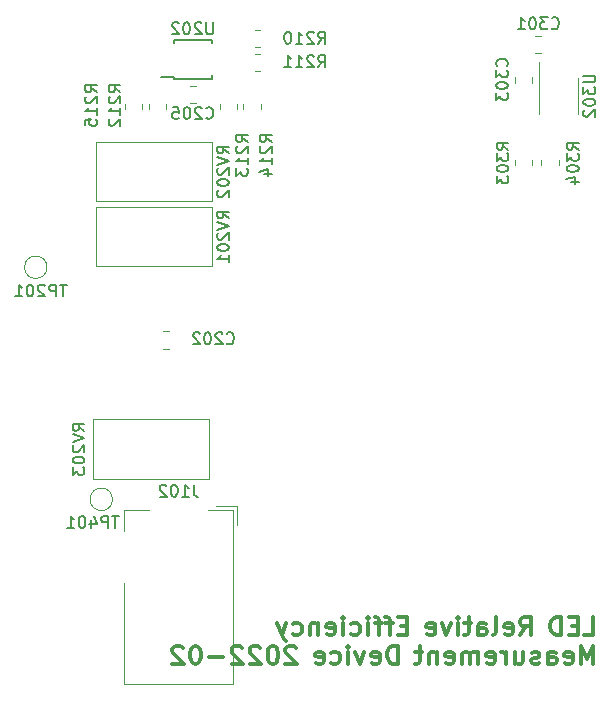
<source format=gbr>
%TF.GenerationSoftware,KiCad,Pcbnew,(7.0.0)*%
%TF.CreationDate,2023-02-20T00:43:47+01:00*%
%TF.ProjectId,led_testjig,6c65645f-7465-4737-946a-69672e6b6963,rev?*%
%TF.SameCoordinates,Original*%
%TF.FileFunction,Legend,Bot*%
%TF.FilePolarity,Positive*%
%FSLAX46Y46*%
G04 Gerber Fmt 4.6, Leading zero omitted, Abs format (unit mm)*
G04 Created by KiCad (PCBNEW (7.0.0)) date 2023-02-20 00:43:47*
%MOMM*%
%LPD*%
G01*
G04 APERTURE LIST*
%ADD10C,0.300000*%
%ADD11C,0.150000*%
%ADD12C,0.120000*%
G04 APERTURE END LIST*
D10*
X168657142Y-125228571D02*
X169419047Y-125228571D01*
X169419047Y-125228571D02*
X169419047Y-123728571D01*
X168123809Y-124442857D02*
X167590476Y-124442857D01*
X167361904Y-125228571D02*
X168123809Y-125228571D01*
X168123809Y-125228571D02*
X168123809Y-123728571D01*
X168123809Y-123728571D02*
X167361904Y-123728571D01*
X166676190Y-125228571D02*
X166676190Y-123728571D01*
X166676190Y-123728571D02*
X166295238Y-123728571D01*
X166295238Y-123728571D02*
X166066666Y-123800000D01*
X166066666Y-123800000D02*
X165914285Y-123942857D01*
X165914285Y-123942857D02*
X165838095Y-124085714D01*
X165838095Y-124085714D02*
X165761904Y-124371428D01*
X165761904Y-124371428D02*
X165761904Y-124585714D01*
X165761904Y-124585714D02*
X165838095Y-124871428D01*
X165838095Y-124871428D02*
X165914285Y-125014285D01*
X165914285Y-125014285D02*
X166066666Y-125157142D01*
X166066666Y-125157142D02*
X166295238Y-125228571D01*
X166295238Y-125228571D02*
X166676190Y-125228571D01*
X163201904Y-125228571D02*
X163735238Y-124514285D01*
X164116190Y-125228571D02*
X164116190Y-123728571D01*
X164116190Y-123728571D02*
X163506666Y-123728571D01*
X163506666Y-123728571D02*
X163354285Y-123800000D01*
X163354285Y-123800000D02*
X163278095Y-123871428D01*
X163278095Y-123871428D02*
X163201904Y-124014285D01*
X163201904Y-124014285D02*
X163201904Y-124228571D01*
X163201904Y-124228571D02*
X163278095Y-124371428D01*
X163278095Y-124371428D02*
X163354285Y-124442857D01*
X163354285Y-124442857D02*
X163506666Y-124514285D01*
X163506666Y-124514285D02*
X164116190Y-124514285D01*
X161906666Y-125157142D02*
X162059047Y-125228571D01*
X162059047Y-125228571D02*
X162363809Y-125228571D01*
X162363809Y-125228571D02*
X162516190Y-125157142D01*
X162516190Y-125157142D02*
X162592381Y-125014285D01*
X162592381Y-125014285D02*
X162592381Y-124442857D01*
X162592381Y-124442857D02*
X162516190Y-124300000D01*
X162516190Y-124300000D02*
X162363809Y-124228571D01*
X162363809Y-124228571D02*
X162059047Y-124228571D01*
X162059047Y-124228571D02*
X161906666Y-124300000D01*
X161906666Y-124300000D02*
X161830476Y-124442857D01*
X161830476Y-124442857D02*
X161830476Y-124585714D01*
X161830476Y-124585714D02*
X162592381Y-124728571D01*
X160916190Y-125228571D02*
X161068571Y-125157142D01*
X161068571Y-125157142D02*
X161144761Y-125014285D01*
X161144761Y-125014285D02*
X161144761Y-123728571D01*
X159620952Y-125228571D02*
X159620952Y-124442857D01*
X159620952Y-124442857D02*
X159697142Y-124300000D01*
X159697142Y-124300000D02*
X159849523Y-124228571D01*
X159849523Y-124228571D02*
X160154285Y-124228571D01*
X160154285Y-124228571D02*
X160306666Y-124300000D01*
X159620952Y-125157142D02*
X159773333Y-125228571D01*
X159773333Y-125228571D02*
X160154285Y-125228571D01*
X160154285Y-125228571D02*
X160306666Y-125157142D01*
X160306666Y-125157142D02*
X160382857Y-125014285D01*
X160382857Y-125014285D02*
X160382857Y-124871428D01*
X160382857Y-124871428D02*
X160306666Y-124728571D01*
X160306666Y-124728571D02*
X160154285Y-124657142D01*
X160154285Y-124657142D02*
X159773333Y-124657142D01*
X159773333Y-124657142D02*
X159620952Y-124585714D01*
X159087619Y-124228571D02*
X158478095Y-124228571D01*
X158859047Y-123728571D02*
X158859047Y-125014285D01*
X158859047Y-125014285D02*
X158782857Y-125157142D01*
X158782857Y-125157142D02*
X158630476Y-125228571D01*
X158630476Y-125228571D02*
X158478095Y-125228571D01*
X157944761Y-125228571D02*
X157944761Y-124228571D01*
X157944761Y-123728571D02*
X158020952Y-123800000D01*
X158020952Y-123800000D02*
X157944761Y-123871428D01*
X157944761Y-123871428D02*
X157868571Y-123800000D01*
X157868571Y-123800000D02*
X157944761Y-123728571D01*
X157944761Y-123728571D02*
X157944761Y-123871428D01*
X157335237Y-124228571D02*
X156954285Y-125228571D01*
X156954285Y-125228571D02*
X156573332Y-124228571D01*
X155354284Y-125157142D02*
X155506665Y-125228571D01*
X155506665Y-125228571D02*
X155811427Y-125228571D01*
X155811427Y-125228571D02*
X155963808Y-125157142D01*
X155963808Y-125157142D02*
X156039999Y-125014285D01*
X156039999Y-125014285D02*
X156039999Y-124442857D01*
X156039999Y-124442857D02*
X155963808Y-124300000D01*
X155963808Y-124300000D02*
X155811427Y-124228571D01*
X155811427Y-124228571D02*
X155506665Y-124228571D01*
X155506665Y-124228571D02*
X155354284Y-124300000D01*
X155354284Y-124300000D02*
X155278094Y-124442857D01*
X155278094Y-124442857D02*
X155278094Y-124585714D01*
X155278094Y-124585714D02*
X156039999Y-124728571D01*
X153632379Y-124442857D02*
X153099046Y-124442857D01*
X152870474Y-125228571D02*
X153632379Y-125228571D01*
X153632379Y-125228571D02*
X153632379Y-123728571D01*
X153632379Y-123728571D02*
X152870474Y-123728571D01*
X152413332Y-124228571D02*
X151803808Y-124228571D01*
X152184760Y-125228571D02*
X152184760Y-123942857D01*
X152184760Y-123942857D02*
X152108570Y-123800000D01*
X152108570Y-123800000D02*
X151956189Y-123728571D01*
X151956189Y-123728571D02*
X151803808Y-123728571D01*
X151499046Y-124228571D02*
X150889522Y-124228571D01*
X151270474Y-125228571D02*
X151270474Y-123942857D01*
X151270474Y-123942857D02*
X151194284Y-123800000D01*
X151194284Y-123800000D02*
X151041903Y-123728571D01*
X151041903Y-123728571D02*
X150889522Y-123728571D01*
X150356188Y-125228571D02*
X150356188Y-124228571D01*
X150356188Y-123728571D02*
X150432379Y-123800000D01*
X150432379Y-123800000D02*
X150356188Y-123871428D01*
X150356188Y-123871428D02*
X150279998Y-123800000D01*
X150279998Y-123800000D02*
X150356188Y-123728571D01*
X150356188Y-123728571D02*
X150356188Y-123871428D01*
X148908569Y-125157142D02*
X149060950Y-125228571D01*
X149060950Y-125228571D02*
X149365712Y-125228571D01*
X149365712Y-125228571D02*
X149518093Y-125157142D01*
X149518093Y-125157142D02*
X149594283Y-125085714D01*
X149594283Y-125085714D02*
X149670474Y-124942857D01*
X149670474Y-124942857D02*
X149670474Y-124514285D01*
X149670474Y-124514285D02*
X149594283Y-124371428D01*
X149594283Y-124371428D02*
X149518093Y-124300000D01*
X149518093Y-124300000D02*
X149365712Y-124228571D01*
X149365712Y-124228571D02*
X149060950Y-124228571D01*
X149060950Y-124228571D02*
X148908569Y-124300000D01*
X148222854Y-125228571D02*
X148222854Y-124228571D01*
X148222854Y-123728571D02*
X148299045Y-123800000D01*
X148299045Y-123800000D02*
X148222854Y-123871428D01*
X148222854Y-123871428D02*
X148146664Y-123800000D01*
X148146664Y-123800000D02*
X148222854Y-123728571D01*
X148222854Y-123728571D02*
X148222854Y-123871428D01*
X146851425Y-125157142D02*
X147003806Y-125228571D01*
X147003806Y-125228571D02*
X147308568Y-125228571D01*
X147308568Y-125228571D02*
X147460949Y-125157142D01*
X147460949Y-125157142D02*
X147537140Y-125014285D01*
X147537140Y-125014285D02*
X147537140Y-124442857D01*
X147537140Y-124442857D02*
X147460949Y-124300000D01*
X147460949Y-124300000D02*
X147308568Y-124228571D01*
X147308568Y-124228571D02*
X147003806Y-124228571D01*
X147003806Y-124228571D02*
X146851425Y-124300000D01*
X146851425Y-124300000D02*
X146775235Y-124442857D01*
X146775235Y-124442857D02*
X146775235Y-124585714D01*
X146775235Y-124585714D02*
X147537140Y-124728571D01*
X146089520Y-124228571D02*
X146089520Y-125228571D01*
X146089520Y-124371428D02*
X146013330Y-124300000D01*
X146013330Y-124300000D02*
X145860949Y-124228571D01*
X145860949Y-124228571D02*
X145632377Y-124228571D01*
X145632377Y-124228571D02*
X145479996Y-124300000D01*
X145479996Y-124300000D02*
X145403806Y-124442857D01*
X145403806Y-124442857D02*
X145403806Y-125228571D01*
X143956187Y-125157142D02*
X144108568Y-125228571D01*
X144108568Y-125228571D02*
X144413330Y-125228571D01*
X144413330Y-125228571D02*
X144565711Y-125157142D01*
X144565711Y-125157142D02*
X144641901Y-125085714D01*
X144641901Y-125085714D02*
X144718092Y-124942857D01*
X144718092Y-124942857D02*
X144718092Y-124514285D01*
X144718092Y-124514285D02*
X144641901Y-124371428D01*
X144641901Y-124371428D02*
X144565711Y-124300000D01*
X144565711Y-124300000D02*
X144413330Y-124228571D01*
X144413330Y-124228571D02*
X144108568Y-124228571D01*
X144108568Y-124228571D02*
X143956187Y-124300000D01*
X143422853Y-124228571D02*
X143041901Y-125228571D01*
X142660948Y-124228571D02*
X143041901Y-125228571D01*
X143041901Y-125228571D02*
X143194282Y-125585714D01*
X143194282Y-125585714D02*
X143270472Y-125657142D01*
X143270472Y-125657142D02*
X143422853Y-125728571D01*
X169419047Y-127658571D02*
X169419047Y-126158571D01*
X169419047Y-126158571D02*
X168885714Y-127230000D01*
X168885714Y-127230000D02*
X168352380Y-126158571D01*
X168352380Y-126158571D02*
X168352380Y-127658571D01*
X166980952Y-127587142D02*
X167133333Y-127658571D01*
X167133333Y-127658571D02*
X167438095Y-127658571D01*
X167438095Y-127658571D02*
X167590476Y-127587142D01*
X167590476Y-127587142D02*
X167666667Y-127444285D01*
X167666667Y-127444285D02*
X167666667Y-126872857D01*
X167666667Y-126872857D02*
X167590476Y-126730000D01*
X167590476Y-126730000D02*
X167438095Y-126658571D01*
X167438095Y-126658571D02*
X167133333Y-126658571D01*
X167133333Y-126658571D02*
X166980952Y-126730000D01*
X166980952Y-126730000D02*
X166904762Y-126872857D01*
X166904762Y-126872857D02*
X166904762Y-127015714D01*
X166904762Y-127015714D02*
X167666667Y-127158571D01*
X165533333Y-127658571D02*
X165533333Y-126872857D01*
X165533333Y-126872857D02*
X165609523Y-126730000D01*
X165609523Y-126730000D02*
X165761904Y-126658571D01*
X165761904Y-126658571D02*
X166066666Y-126658571D01*
X166066666Y-126658571D02*
X166219047Y-126730000D01*
X165533333Y-127587142D02*
X165685714Y-127658571D01*
X165685714Y-127658571D02*
X166066666Y-127658571D01*
X166066666Y-127658571D02*
X166219047Y-127587142D01*
X166219047Y-127587142D02*
X166295238Y-127444285D01*
X166295238Y-127444285D02*
X166295238Y-127301428D01*
X166295238Y-127301428D02*
X166219047Y-127158571D01*
X166219047Y-127158571D02*
X166066666Y-127087142D01*
X166066666Y-127087142D02*
X165685714Y-127087142D01*
X165685714Y-127087142D02*
X165533333Y-127015714D01*
X164847619Y-127587142D02*
X164695238Y-127658571D01*
X164695238Y-127658571D02*
X164390476Y-127658571D01*
X164390476Y-127658571D02*
X164238095Y-127587142D01*
X164238095Y-127587142D02*
X164161904Y-127444285D01*
X164161904Y-127444285D02*
X164161904Y-127372857D01*
X164161904Y-127372857D02*
X164238095Y-127230000D01*
X164238095Y-127230000D02*
X164390476Y-127158571D01*
X164390476Y-127158571D02*
X164619047Y-127158571D01*
X164619047Y-127158571D02*
X164771428Y-127087142D01*
X164771428Y-127087142D02*
X164847619Y-126944285D01*
X164847619Y-126944285D02*
X164847619Y-126872857D01*
X164847619Y-126872857D02*
X164771428Y-126730000D01*
X164771428Y-126730000D02*
X164619047Y-126658571D01*
X164619047Y-126658571D02*
X164390476Y-126658571D01*
X164390476Y-126658571D02*
X164238095Y-126730000D01*
X162790476Y-126658571D02*
X162790476Y-127658571D01*
X163476190Y-126658571D02*
X163476190Y-127444285D01*
X163476190Y-127444285D02*
X163400000Y-127587142D01*
X163400000Y-127587142D02*
X163247619Y-127658571D01*
X163247619Y-127658571D02*
X163019047Y-127658571D01*
X163019047Y-127658571D02*
X162866666Y-127587142D01*
X162866666Y-127587142D02*
X162790476Y-127515714D01*
X162028571Y-127658571D02*
X162028571Y-126658571D01*
X162028571Y-126944285D02*
X161952381Y-126801428D01*
X161952381Y-126801428D02*
X161876190Y-126730000D01*
X161876190Y-126730000D02*
X161723809Y-126658571D01*
X161723809Y-126658571D02*
X161571428Y-126658571D01*
X160428571Y-127587142D02*
X160580952Y-127658571D01*
X160580952Y-127658571D02*
X160885714Y-127658571D01*
X160885714Y-127658571D02*
X161038095Y-127587142D01*
X161038095Y-127587142D02*
X161114286Y-127444285D01*
X161114286Y-127444285D02*
X161114286Y-126872857D01*
X161114286Y-126872857D02*
X161038095Y-126730000D01*
X161038095Y-126730000D02*
X160885714Y-126658571D01*
X160885714Y-126658571D02*
X160580952Y-126658571D01*
X160580952Y-126658571D02*
X160428571Y-126730000D01*
X160428571Y-126730000D02*
X160352381Y-126872857D01*
X160352381Y-126872857D02*
X160352381Y-127015714D01*
X160352381Y-127015714D02*
X161114286Y-127158571D01*
X159666666Y-127658571D02*
X159666666Y-126658571D01*
X159666666Y-126801428D02*
X159590476Y-126730000D01*
X159590476Y-126730000D02*
X159438095Y-126658571D01*
X159438095Y-126658571D02*
X159209523Y-126658571D01*
X159209523Y-126658571D02*
X159057142Y-126730000D01*
X159057142Y-126730000D02*
X158980952Y-126872857D01*
X158980952Y-126872857D02*
X158980952Y-127658571D01*
X158980952Y-126872857D02*
X158904761Y-126730000D01*
X158904761Y-126730000D02*
X158752380Y-126658571D01*
X158752380Y-126658571D02*
X158523809Y-126658571D01*
X158523809Y-126658571D02*
X158371428Y-126730000D01*
X158371428Y-126730000D02*
X158295238Y-126872857D01*
X158295238Y-126872857D02*
X158295238Y-127658571D01*
X156923809Y-127587142D02*
X157076190Y-127658571D01*
X157076190Y-127658571D02*
X157380952Y-127658571D01*
X157380952Y-127658571D02*
X157533333Y-127587142D01*
X157533333Y-127587142D02*
X157609524Y-127444285D01*
X157609524Y-127444285D02*
X157609524Y-126872857D01*
X157609524Y-126872857D02*
X157533333Y-126730000D01*
X157533333Y-126730000D02*
X157380952Y-126658571D01*
X157380952Y-126658571D02*
X157076190Y-126658571D01*
X157076190Y-126658571D02*
X156923809Y-126730000D01*
X156923809Y-126730000D02*
X156847619Y-126872857D01*
X156847619Y-126872857D02*
X156847619Y-127015714D01*
X156847619Y-127015714D02*
X157609524Y-127158571D01*
X156161904Y-126658571D02*
X156161904Y-127658571D01*
X156161904Y-126801428D02*
X156085714Y-126730000D01*
X156085714Y-126730000D02*
X155933333Y-126658571D01*
X155933333Y-126658571D02*
X155704761Y-126658571D01*
X155704761Y-126658571D02*
X155552380Y-126730000D01*
X155552380Y-126730000D02*
X155476190Y-126872857D01*
X155476190Y-126872857D02*
X155476190Y-127658571D01*
X154942857Y-126658571D02*
X154333333Y-126658571D01*
X154714285Y-126158571D02*
X154714285Y-127444285D01*
X154714285Y-127444285D02*
X154638095Y-127587142D01*
X154638095Y-127587142D02*
X154485714Y-127658571D01*
X154485714Y-127658571D02*
X154333333Y-127658571D01*
X152839999Y-127658571D02*
X152839999Y-126158571D01*
X152839999Y-126158571D02*
X152459047Y-126158571D01*
X152459047Y-126158571D02*
X152230475Y-126230000D01*
X152230475Y-126230000D02*
X152078094Y-126372857D01*
X152078094Y-126372857D02*
X152001904Y-126515714D01*
X152001904Y-126515714D02*
X151925713Y-126801428D01*
X151925713Y-126801428D02*
X151925713Y-127015714D01*
X151925713Y-127015714D02*
X152001904Y-127301428D01*
X152001904Y-127301428D02*
X152078094Y-127444285D01*
X152078094Y-127444285D02*
X152230475Y-127587142D01*
X152230475Y-127587142D02*
X152459047Y-127658571D01*
X152459047Y-127658571D02*
X152839999Y-127658571D01*
X150630475Y-127587142D02*
X150782856Y-127658571D01*
X150782856Y-127658571D02*
X151087618Y-127658571D01*
X151087618Y-127658571D02*
X151239999Y-127587142D01*
X151239999Y-127587142D02*
X151316190Y-127444285D01*
X151316190Y-127444285D02*
X151316190Y-126872857D01*
X151316190Y-126872857D02*
X151239999Y-126730000D01*
X151239999Y-126730000D02*
X151087618Y-126658571D01*
X151087618Y-126658571D02*
X150782856Y-126658571D01*
X150782856Y-126658571D02*
X150630475Y-126730000D01*
X150630475Y-126730000D02*
X150554285Y-126872857D01*
X150554285Y-126872857D02*
X150554285Y-127015714D01*
X150554285Y-127015714D02*
X151316190Y-127158571D01*
X150020951Y-126658571D02*
X149639999Y-127658571D01*
X149639999Y-127658571D02*
X149259046Y-126658571D01*
X148649522Y-127658571D02*
X148649522Y-126658571D01*
X148649522Y-126158571D02*
X148725713Y-126230000D01*
X148725713Y-126230000D02*
X148649522Y-126301428D01*
X148649522Y-126301428D02*
X148573332Y-126230000D01*
X148573332Y-126230000D02*
X148649522Y-126158571D01*
X148649522Y-126158571D02*
X148649522Y-126301428D01*
X147201903Y-127587142D02*
X147354284Y-127658571D01*
X147354284Y-127658571D02*
X147659046Y-127658571D01*
X147659046Y-127658571D02*
X147811427Y-127587142D01*
X147811427Y-127587142D02*
X147887617Y-127515714D01*
X147887617Y-127515714D02*
X147963808Y-127372857D01*
X147963808Y-127372857D02*
X147963808Y-126944285D01*
X147963808Y-126944285D02*
X147887617Y-126801428D01*
X147887617Y-126801428D02*
X147811427Y-126730000D01*
X147811427Y-126730000D02*
X147659046Y-126658571D01*
X147659046Y-126658571D02*
X147354284Y-126658571D01*
X147354284Y-126658571D02*
X147201903Y-126730000D01*
X145906664Y-127587142D02*
X146059045Y-127658571D01*
X146059045Y-127658571D02*
X146363807Y-127658571D01*
X146363807Y-127658571D02*
X146516188Y-127587142D01*
X146516188Y-127587142D02*
X146592379Y-127444285D01*
X146592379Y-127444285D02*
X146592379Y-126872857D01*
X146592379Y-126872857D02*
X146516188Y-126730000D01*
X146516188Y-126730000D02*
X146363807Y-126658571D01*
X146363807Y-126658571D02*
X146059045Y-126658571D01*
X146059045Y-126658571D02*
X145906664Y-126730000D01*
X145906664Y-126730000D02*
X145830474Y-126872857D01*
X145830474Y-126872857D02*
X145830474Y-127015714D01*
X145830474Y-127015714D02*
X146592379Y-127158571D01*
X144260950Y-126301428D02*
X144184759Y-126230000D01*
X144184759Y-126230000D02*
X144032378Y-126158571D01*
X144032378Y-126158571D02*
X143651426Y-126158571D01*
X143651426Y-126158571D02*
X143499045Y-126230000D01*
X143499045Y-126230000D02*
X143422854Y-126301428D01*
X143422854Y-126301428D02*
X143346664Y-126444285D01*
X143346664Y-126444285D02*
X143346664Y-126587142D01*
X143346664Y-126587142D02*
X143422854Y-126801428D01*
X143422854Y-126801428D02*
X144337140Y-127658571D01*
X144337140Y-127658571D02*
X143346664Y-127658571D01*
X142356187Y-126158571D02*
X142203806Y-126158571D01*
X142203806Y-126158571D02*
X142051425Y-126230000D01*
X142051425Y-126230000D02*
X141975235Y-126301428D01*
X141975235Y-126301428D02*
X141899044Y-126444285D01*
X141899044Y-126444285D02*
X141822854Y-126730000D01*
X141822854Y-126730000D02*
X141822854Y-127087142D01*
X141822854Y-127087142D02*
X141899044Y-127372857D01*
X141899044Y-127372857D02*
X141975235Y-127515714D01*
X141975235Y-127515714D02*
X142051425Y-127587142D01*
X142051425Y-127587142D02*
X142203806Y-127658571D01*
X142203806Y-127658571D02*
X142356187Y-127658571D01*
X142356187Y-127658571D02*
X142508568Y-127587142D01*
X142508568Y-127587142D02*
X142584759Y-127515714D01*
X142584759Y-127515714D02*
X142660949Y-127372857D01*
X142660949Y-127372857D02*
X142737140Y-127087142D01*
X142737140Y-127087142D02*
X142737140Y-126730000D01*
X142737140Y-126730000D02*
X142660949Y-126444285D01*
X142660949Y-126444285D02*
X142584759Y-126301428D01*
X142584759Y-126301428D02*
X142508568Y-126230000D01*
X142508568Y-126230000D02*
X142356187Y-126158571D01*
X141213330Y-126301428D02*
X141137139Y-126230000D01*
X141137139Y-126230000D02*
X140984758Y-126158571D01*
X140984758Y-126158571D02*
X140603806Y-126158571D01*
X140603806Y-126158571D02*
X140451425Y-126230000D01*
X140451425Y-126230000D02*
X140375234Y-126301428D01*
X140375234Y-126301428D02*
X140299044Y-126444285D01*
X140299044Y-126444285D02*
X140299044Y-126587142D01*
X140299044Y-126587142D02*
X140375234Y-126801428D01*
X140375234Y-126801428D02*
X141289520Y-127658571D01*
X141289520Y-127658571D02*
X140299044Y-127658571D01*
X139689520Y-126301428D02*
X139613329Y-126230000D01*
X139613329Y-126230000D02*
X139460948Y-126158571D01*
X139460948Y-126158571D02*
X139079996Y-126158571D01*
X139079996Y-126158571D02*
X138927615Y-126230000D01*
X138927615Y-126230000D02*
X138851424Y-126301428D01*
X138851424Y-126301428D02*
X138775234Y-126444285D01*
X138775234Y-126444285D02*
X138775234Y-126587142D01*
X138775234Y-126587142D02*
X138851424Y-126801428D01*
X138851424Y-126801428D02*
X139765710Y-127658571D01*
X139765710Y-127658571D02*
X138775234Y-127658571D01*
X138089519Y-127087142D02*
X136870472Y-127087142D01*
X135803805Y-126158571D02*
X135651424Y-126158571D01*
X135651424Y-126158571D02*
X135499043Y-126230000D01*
X135499043Y-126230000D02*
X135422853Y-126301428D01*
X135422853Y-126301428D02*
X135346662Y-126444285D01*
X135346662Y-126444285D02*
X135270472Y-126730000D01*
X135270472Y-126730000D02*
X135270472Y-127087142D01*
X135270472Y-127087142D02*
X135346662Y-127372857D01*
X135346662Y-127372857D02*
X135422853Y-127515714D01*
X135422853Y-127515714D02*
X135499043Y-127587142D01*
X135499043Y-127587142D02*
X135651424Y-127658571D01*
X135651424Y-127658571D02*
X135803805Y-127658571D01*
X135803805Y-127658571D02*
X135956186Y-127587142D01*
X135956186Y-127587142D02*
X136032377Y-127515714D01*
X136032377Y-127515714D02*
X136108567Y-127372857D01*
X136108567Y-127372857D02*
X136184758Y-127087142D01*
X136184758Y-127087142D02*
X136184758Y-126730000D01*
X136184758Y-126730000D02*
X136108567Y-126444285D01*
X136108567Y-126444285D02*
X136032377Y-126301428D01*
X136032377Y-126301428D02*
X135956186Y-126230000D01*
X135956186Y-126230000D02*
X135803805Y-126158571D01*
X134660948Y-126301428D02*
X134584757Y-126230000D01*
X134584757Y-126230000D02*
X134432376Y-126158571D01*
X134432376Y-126158571D02*
X134051424Y-126158571D01*
X134051424Y-126158571D02*
X133899043Y-126230000D01*
X133899043Y-126230000D02*
X133822852Y-126301428D01*
X133822852Y-126301428D02*
X133746662Y-126444285D01*
X133746662Y-126444285D02*
X133746662Y-126587142D01*
X133746662Y-126587142D02*
X133822852Y-126801428D01*
X133822852Y-126801428D02*
X134737138Y-127658571D01*
X134737138Y-127658571D02*
X133746662Y-127658571D01*
D11*
%TO.C,TP201*%
X124814285Y-95567380D02*
X124242857Y-95567380D01*
X124528571Y-96567380D02*
X124528571Y-95567380D01*
X123909523Y-96567380D02*
X123909523Y-95567380D01*
X123909523Y-95567380D02*
X123528571Y-95567380D01*
X123528571Y-95567380D02*
X123433333Y-95615000D01*
X123433333Y-95615000D02*
X123385714Y-95662619D01*
X123385714Y-95662619D02*
X123338095Y-95757857D01*
X123338095Y-95757857D02*
X123338095Y-95900714D01*
X123338095Y-95900714D02*
X123385714Y-95995952D01*
X123385714Y-95995952D02*
X123433333Y-96043571D01*
X123433333Y-96043571D02*
X123528571Y-96091190D01*
X123528571Y-96091190D02*
X123909523Y-96091190D01*
X122957142Y-95662619D02*
X122909523Y-95615000D01*
X122909523Y-95615000D02*
X122814285Y-95567380D01*
X122814285Y-95567380D02*
X122576190Y-95567380D01*
X122576190Y-95567380D02*
X122480952Y-95615000D01*
X122480952Y-95615000D02*
X122433333Y-95662619D01*
X122433333Y-95662619D02*
X122385714Y-95757857D01*
X122385714Y-95757857D02*
X122385714Y-95853095D01*
X122385714Y-95853095D02*
X122433333Y-95995952D01*
X122433333Y-95995952D02*
X123004761Y-96567380D01*
X123004761Y-96567380D02*
X122385714Y-96567380D01*
X121766666Y-95567380D02*
X121671428Y-95567380D01*
X121671428Y-95567380D02*
X121576190Y-95615000D01*
X121576190Y-95615000D02*
X121528571Y-95662619D01*
X121528571Y-95662619D02*
X121480952Y-95757857D01*
X121480952Y-95757857D02*
X121433333Y-95948333D01*
X121433333Y-95948333D02*
X121433333Y-96186428D01*
X121433333Y-96186428D02*
X121480952Y-96376904D01*
X121480952Y-96376904D02*
X121528571Y-96472142D01*
X121528571Y-96472142D02*
X121576190Y-96519761D01*
X121576190Y-96519761D02*
X121671428Y-96567380D01*
X121671428Y-96567380D02*
X121766666Y-96567380D01*
X121766666Y-96567380D02*
X121861904Y-96519761D01*
X121861904Y-96519761D02*
X121909523Y-96472142D01*
X121909523Y-96472142D02*
X121957142Y-96376904D01*
X121957142Y-96376904D02*
X122004761Y-96186428D01*
X122004761Y-96186428D02*
X122004761Y-95948333D01*
X122004761Y-95948333D02*
X121957142Y-95757857D01*
X121957142Y-95757857D02*
X121909523Y-95662619D01*
X121909523Y-95662619D02*
X121861904Y-95615000D01*
X121861904Y-95615000D02*
X121766666Y-95567380D01*
X120480952Y-96567380D02*
X121052380Y-96567380D01*
X120766666Y-96567380D02*
X120766666Y-95567380D01*
X120766666Y-95567380D02*
X120861904Y-95710238D01*
X120861904Y-95710238D02*
X120957142Y-95805476D01*
X120957142Y-95805476D02*
X121052380Y-95853095D01*
%TO.C,RV201*%
X138567380Y-89952380D02*
X138091190Y-89619047D01*
X138567380Y-89380952D02*
X137567380Y-89380952D01*
X137567380Y-89380952D02*
X137567380Y-89761904D01*
X137567380Y-89761904D02*
X137615000Y-89857142D01*
X137615000Y-89857142D02*
X137662619Y-89904761D01*
X137662619Y-89904761D02*
X137757857Y-89952380D01*
X137757857Y-89952380D02*
X137900714Y-89952380D01*
X137900714Y-89952380D02*
X137995952Y-89904761D01*
X137995952Y-89904761D02*
X138043571Y-89857142D01*
X138043571Y-89857142D02*
X138091190Y-89761904D01*
X138091190Y-89761904D02*
X138091190Y-89380952D01*
X137567380Y-90238095D02*
X138567380Y-90571428D01*
X138567380Y-90571428D02*
X137567380Y-90904761D01*
X137662619Y-91190476D02*
X137615000Y-91238095D01*
X137615000Y-91238095D02*
X137567380Y-91333333D01*
X137567380Y-91333333D02*
X137567380Y-91571428D01*
X137567380Y-91571428D02*
X137615000Y-91666666D01*
X137615000Y-91666666D02*
X137662619Y-91714285D01*
X137662619Y-91714285D02*
X137757857Y-91761904D01*
X137757857Y-91761904D02*
X137853095Y-91761904D01*
X137853095Y-91761904D02*
X137995952Y-91714285D01*
X137995952Y-91714285D02*
X138567380Y-91142857D01*
X138567380Y-91142857D02*
X138567380Y-91761904D01*
X137567380Y-92380952D02*
X137567380Y-92476190D01*
X137567380Y-92476190D02*
X137615000Y-92571428D01*
X137615000Y-92571428D02*
X137662619Y-92619047D01*
X137662619Y-92619047D02*
X137757857Y-92666666D01*
X137757857Y-92666666D02*
X137948333Y-92714285D01*
X137948333Y-92714285D02*
X138186428Y-92714285D01*
X138186428Y-92714285D02*
X138376904Y-92666666D01*
X138376904Y-92666666D02*
X138472142Y-92619047D01*
X138472142Y-92619047D02*
X138519761Y-92571428D01*
X138519761Y-92571428D02*
X138567380Y-92476190D01*
X138567380Y-92476190D02*
X138567380Y-92380952D01*
X138567380Y-92380952D02*
X138519761Y-92285714D01*
X138519761Y-92285714D02*
X138472142Y-92238095D01*
X138472142Y-92238095D02*
X138376904Y-92190476D01*
X138376904Y-92190476D02*
X138186428Y-92142857D01*
X138186428Y-92142857D02*
X137948333Y-92142857D01*
X137948333Y-92142857D02*
X137757857Y-92190476D01*
X137757857Y-92190476D02*
X137662619Y-92238095D01*
X137662619Y-92238095D02*
X137615000Y-92285714D01*
X137615000Y-92285714D02*
X137567380Y-92380952D01*
X138567380Y-93666666D02*
X138567380Y-93095238D01*
X138567380Y-93380952D02*
X137567380Y-93380952D01*
X137567380Y-93380952D02*
X137710238Y-93285714D01*
X137710238Y-93285714D02*
X137805476Y-93190476D01*
X137805476Y-93190476D02*
X137853095Y-93095238D01*
%TO.C,R211*%
X146119047Y-77167380D02*
X146452380Y-76691190D01*
X146690475Y-77167380D02*
X146690475Y-76167380D01*
X146690475Y-76167380D02*
X146309523Y-76167380D01*
X146309523Y-76167380D02*
X146214285Y-76215000D01*
X146214285Y-76215000D02*
X146166666Y-76262619D01*
X146166666Y-76262619D02*
X146119047Y-76357857D01*
X146119047Y-76357857D02*
X146119047Y-76500714D01*
X146119047Y-76500714D02*
X146166666Y-76595952D01*
X146166666Y-76595952D02*
X146214285Y-76643571D01*
X146214285Y-76643571D02*
X146309523Y-76691190D01*
X146309523Y-76691190D02*
X146690475Y-76691190D01*
X145738094Y-76262619D02*
X145690475Y-76215000D01*
X145690475Y-76215000D02*
X145595237Y-76167380D01*
X145595237Y-76167380D02*
X145357142Y-76167380D01*
X145357142Y-76167380D02*
X145261904Y-76215000D01*
X145261904Y-76215000D02*
X145214285Y-76262619D01*
X145214285Y-76262619D02*
X145166666Y-76357857D01*
X145166666Y-76357857D02*
X145166666Y-76453095D01*
X145166666Y-76453095D02*
X145214285Y-76595952D01*
X145214285Y-76595952D02*
X145785713Y-77167380D01*
X145785713Y-77167380D02*
X145166666Y-77167380D01*
X144214285Y-77167380D02*
X144785713Y-77167380D01*
X144499999Y-77167380D02*
X144499999Y-76167380D01*
X144499999Y-76167380D02*
X144595237Y-76310238D01*
X144595237Y-76310238D02*
X144690475Y-76405476D01*
X144690475Y-76405476D02*
X144785713Y-76453095D01*
X143261904Y-77167380D02*
X143833332Y-77167380D01*
X143547618Y-77167380D02*
X143547618Y-76167380D01*
X143547618Y-76167380D02*
X143642856Y-76310238D01*
X143642856Y-76310238D02*
X143738094Y-76405476D01*
X143738094Y-76405476D02*
X143833332Y-76453095D01*
%TO.C,R210*%
X146119047Y-75167380D02*
X146452380Y-74691190D01*
X146690475Y-75167380D02*
X146690475Y-74167380D01*
X146690475Y-74167380D02*
X146309523Y-74167380D01*
X146309523Y-74167380D02*
X146214285Y-74215000D01*
X146214285Y-74215000D02*
X146166666Y-74262619D01*
X146166666Y-74262619D02*
X146119047Y-74357857D01*
X146119047Y-74357857D02*
X146119047Y-74500714D01*
X146119047Y-74500714D02*
X146166666Y-74595952D01*
X146166666Y-74595952D02*
X146214285Y-74643571D01*
X146214285Y-74643571D02*
X146309523Y-74691190D01*
X146309523Y-74691190D02*
X146690475Y-74691190D01*
X145738094Y-74262619D02*
X145690475Y-74215000D01*
X145690475Y-74215000D02*
X145595237Y-74167380D01*
X145595237Y-74167380D02*
X145357142Y-74167380D01*
X145357142Y-74167380D02*
X145261904Y-74215000D01*
X145261904Y-74215000D02*
X145214285Y-74262619D01*
X145214285Y-74262619D02*
X145166666Y-74357857D01*
X145166666Y-74357857D02*
X145166666Y-74453095D01*
X145166666Y-74453095D02*
X145214285Y-74595952D01*
X145214285Y-74595952D02*
X145785713Y-75167380D01*
X145785713Y-75167380D02*
X145166666Y-75167380D01*
X144214285Y-75167380D02*
X144785713Y-75167380D01*
X144499999Y-75167380D02*
X144499999Y-74167380D01*
X144499999Y-74167380D02*
X144595237Y-74310238D01*
X144595237Y-74310238D02*
X144690475Y-74405476D01*
X144690475Y-74405476D02*
X144785713Y-74453095D01*
X143595237Y-74167380D02*
X143499999Y-74167380D01*
X143499999Y-74167380D02*
X143404761Y-74215000D01*
X143404761Y-74215000D02*
X143357142Y-74262619D01*
X143357142Y-74262619D02*
X143309523Y-74357857D01*
X143309523Y-74357857D02*
X143261904Y-74548333D01*
X143261904Y-74548333D02*
X143261904Y-74786428D01*
X143261904Y-74786428D02*
X143309523Y-74976904D01*
X143309523Y-74976904D02*
X143357142Y-75072142D01*
X143357142Y-75072142D02*
X143404761Y-75119761D01*
X143404761Y-75119761D02*
X143499999Y-75167380D01*
X143499999Y-75167380D02*
X143595237Y-75167380D01*
X143595237Y-75167380D02*
X143690475Y-75119761D01*
X143690475Y-75119761D02*
X143738094Y-75072142D01*
X143738094Y-75072142D02*
X143785713Y-74976904D01*
X143785713Y-74976904D02*
X143833332Y-74786428D01*
X143833332Y-74786428D02*
X143833332Y-74548333D01*
X143833332Y-74548333D02*
X143785713Y-74357857D01*
X143785713Y-74357857D02*
X143738094Y-74262619D01*
X143738094Y-74262619D02*
X143690475Y-74215000D01*
X143690475Y-74215000D02*
X143595237Y-74167380D01*
%TO.C,RV202*%
X138567380Y-84452380D02*
X138091190Y-84119047D01*
X138567380Y-83880952D02*
X137567380Y-83880952D01*
X137567380Y-83880952D02*
X137567380Y-84261904D01*
X137567380Y-84261904D02*
X137615000Y-84357142D01*
X137615000Y-84357142D02*
X137662619Y-84404761D01*
X137662619Y-84404761D02*
X137757857Y-84452380D01*
X137757857Y-84452380D02*
X137900714Y-84452380D01*
X137900714Y-84452380D02*
X137995952Y-84404761D01*
X137995952Y-84404761D02*
X138043571Y-84357142D01*
X138043571Y-84357142D02*
X138091190Y-84261904D01*
X138091190Y-84261904D02*
X138091190Y-83880952D01*
X137567380Y-84738095D02*
X138567380Y-85071428D01*
X138567380Y-85071428D02*
X137567380Y-85404761D01*
X137662619Y-85690476D02*
X137615000Y-85738095D01*
X137615000Y-85738095D02*
X137567380Y-85833333D01*
X137567380Y-85833333D02*
X137567380Y-86071428D01*
X137567380Y-86071428D02*
X137615000Y-86166666D01*
X137615000Y-86166666D02*
X137662619Y-86214285D01*
X137662619Y-86214285D02*
X137757857Y-86261904D01*
X137757857Y-86261904D02*
X137853095Y-86261904D01*
X137853095Y-86261904D02*
X137995952Y-86214285D01*
X137995952Y-86214285D02*
X138567380Y-85642857D01*
X138567380Y-85642857D02*
X138567380Y-86261904D01*
X137567380Y-86880952D02*
X137567380Y-86976190D01*
X137567380Y-86976190D02*
X137615000Y-87071428D01*
X137615000Y-87071428D02*
X137662619Y-87119047D01*
X137662619Y-87119047D02*
X137757857Y-87166666D01*
X137757857Y-87166666D02*
X137948333Y-87214285D01*
X137948333Y-87214285D02*
X138186428Y-87214285D01*
X138186428Y-87214285D02*
X138376904Y-87166666D01*
X138376904Y-87166666D02*
X138472142Y-87119047D01*
X138472142Y-87119047D02*
X138519761Y-87071428D01*
X138519761Y-87071428D02*
X138567380Y-86976190D01*
X138567380Y-86976190D02*
X138567380Y-86880952D01*
X138567380Y-86880952D02*
X138519761Y-86785714D01*
X138519761Y-86785714D02*
X138472142Y-86738095D01*
X138472142Y-86738095D02*
X138376904Y-86690476D01*
X138376904Y-86690476D02*
X138186428Y-86642857D01*
X138186428Y-86642857D02*
X137948333Y-86642857D01*
X137948333Y-86642857D02*
X137757857Y-86690476D01*
X137757857Y-86690476D02*
X137662619Y-86738095D01*
X137662619Y-86738095D02*
X137615000Y-86785714D01*
X137615000Y-86785714D02*
X137567380Y-86880952D01*
X137662619Y-87595238D02*
X137615000Y-87642857D01*
X137615000Y-87642857D02*
X137567380Y-87738095D01*
X137567380Y-87738095D02*
X137567380Y-87976190D01*
X137567380Y-87976190D02*
X137615000Y-88071428D01*
X137615000Y-88071428D02*
X137662619Y-88119047D01*
X137662619Y-88119047D02*
X137757857Y-88166666D01*
X137757857Y-88166666D02*
X137853095Y-88166666D01*
X137853095Y-88166666D02*
X137995952Y-88119047D01*
X137995952Y-88119047D02*
X138567380Y-87547619D01*
X138567380Y-87547619D02*
X138567380Y-88166666D01*
%TO.C,U302*%
X168567380Y-77885714D02*
X169376904Y-77885714D01*
X169376904Y-77885714D02*
X169472142Y-77933333D01*
X169472142Y-77933333D02*
X169519761Y-77980952D01*
X169519761Y-77980952D02*
X169567380Y-78076190D01*
X169567380Y-78076190D02*
X169567380Y-78266666D01*
X169567380Y-78266666D02*
X169519761Y-78361904D01*
X169519761Y-78361904D02*
X169472142Y-78409523D01*
X169472142Y-78409523D02*
X169376904Y-78457142D01*
X169376904Y-78457142D02*
X168567380Y-78457142D01*
X168567380Y-78838095D02*
X168567380Y-79457142D01*
X168567380Y-79457142D02*
X168948333Y-79123809D01*
X168948333Y-79123809D02*
X168948333Y-79266666D01*
X168948333Y-79266666D02*
X168995952Y-79361904D01*
X168995952Y-79361904D02*
X169043571Y-79409523D01*
X169043571Y-79409523D02*
X169138809Y-79457142D01*
X169138809Y-79457142D02*
X169376904Y-79457142D01*
X169376904Y-79457142D02*
X169472142Y-79409523D01*
X169472142Y-79409523D02*
X169519761Y-79361904D01*
X169519761Y-79361904D02*
X169567380Y-79266666D01*
X169567380Y-79266666D02*
X169567380Y-78980952D01*
X169567380Y-78980952D02*
X169519761Y-78885714D01*
X169519761Y-78885714D02*
X169472142Y-78838095D01*
X168567380Y-80076190D02*
X168567380Y-80171428D01*
X168567380Y-80171428D02*
X168615000Y-80266666D01*
X168615000Y-80266666D02*
X168662619Y-80314285D01*
X168662619Y-80314285D02*
X168757857Y-80361904D01*
X168757857Y-80361904D02*
X168948333Y-80409523D01*
X168948333Y-80409523D02*
X169186428Y-80409523D01*
X169186428Y-80409523D02*
X169376904Y-80361904D01*
X169376904Y-80361904D02*
X169472142Y-80314285D01*
X169472142Y-80314285D02*
X169519761Y-80266666D01*
X169519761Y-80266666D02*
X169567380Y-80171428D01*
X169567380Y-80171428D02*
X169567380Y-80076190D01*
X169567380Y-80076190D02*
X169519761Y-79980952D01*
X169519761Y-79980952D02*
X169472142Y-79933333D01*
X169472142Y-79933333D02*
X169376904Y-79885714D01*
X169376904Y-79885714D02*
X169186428Y-79838095D01*
X169186428Y-79838095D02*
X168948333Y-79838095D01*
X168948333Y-79838095D02*
X168757857Y-79885714D01*
X168757857Y-79885714D02*
X168662619Y-79933333D01*
X168662619Y-79933333D02*
X168615000Y-79980952D01*
X168615000Y-79980952D02*
X168567380Y-80076190D01*
X168662619Y-80790476D02*
X168615000Y-80838095D01*
X168615000Y-80838095D02*
X168567380Y-80933333D01*
X168567380Y-80933333D02*
X168567380Y-81171428D01*
X168567380Y-81171428D02*
X168615000Y-81266666D01*
X168615000Y-81266666D02*
X168662619Y-81314285D01*
X168662619Y-81314285D02*
X168757857Y-81361904D01*
X168757857Y-81361904D02*
X168853095Y-81361904D01*
X168853095Y-81361904D02*
X168995952Y-81314285D01*
X168995952Y-81314285D02*
X169567380Y-80742857D01*
X169567380Y-80742857D02*
X169567380Y-81361904D01*
%TO.C,C205*%
X136619047Y-81452142D02*
X136666666Y-81499761D01*
X136666666Y-81499761D02*
X136809523Y-81547380D01*
X136809523Y-81547380D02*
X136904761Y-81547380D01*
X136904761Y-81547380D02*
X137047618Y-81499761D01*
X137047618Y-81499761D02*
X137142856Y-81404523D01*
X137142856Y-81404523D02*
X137190475Y-81309285D01*
X137190475Y-81309285D02*
X137238094Y-81118809D01*
X137238094Y-81118809D02*
X137238094Y-80975952D01*
X137238094Y-80975952D02*
X137190475Y-80785476D01*
X137190475Y-80785476D02*
X137142856Y-80690238D01*
X137142856Y-80690238D02*
X137047618Y-80595000D01*
X137047618Y-80595000D02*
X136904761Y-80547380D01*
X136904761Y-80547380D02*
X136809523Y-80547380D01*
X136809523Y-80547380D02*
X136666666Y-80595000D01*
X136666666Y-80595000D02*
X136619047Y-80642619D01*
X136238094Y-80642619D02*
X136190475Y-80595000D01*
X136190475Y-80595000D02*
X136095237Y-80547380D01*
X136095237Y-80547380D02*
X135857142Y-80547380D01*
X135857142Y-80547380D02*
X135761904Y-80595000D01*
X135761904Y-80595000D02*
X135714285Y-80642619D01*
X135714285Y-80642619D02*
X135666666Y-80737857D01*
X135666666Y-80737857D02*
X135666666Y-80833095D01*
X135666666Y-80833095D02*
X135714285Y-80975952D01*
X135714285Y-80975952D02*
X136285713Y-81547380D01*
X136285713Y-81547380D02*
X135666666Y-81547380D01*
X135047618Y-80547380D02*
X134952380Y-80547380D01*
X134952380Y-80547380D02*
X134857142Y-80595000D01*
X134857142Y-80595000D02*
X134809523Y-80642619D01*
X134809523Y-80642619D02*
X134761904Y-80737857D01*
X134761904Y-80737857D02*
X134714285Y-80928333D01*
X134714285Y-80928333D02*
X134714285Y-81166428D01*
X134714285Y-81166428D02*
X134761904Y-81356904D01*
X134761904Y-81356904D02*
X134809523Y-81452142D01*
X134809523Y-81452142D02*
X134857142Y-81499761D01*
X134857142Y-81499761D02*
X134952380Y-81547380D01*
X134952380Y-81547380D02*
X135047618Y-81547380D01*
X135047618Y-81547380D02*
X135142856Y-81499761D01*
X135142856Y-81499761D02*
X135190475Y-81452142D01*
X135190475Y-81452142D02*
X135238094Y-81356904D01*
X135238094Y-81356904D02*
X135285713Y-81166428D01*
X135285713Y-81166428D02*
X135285713Y-80928333D01*
X135285713Y-80928333D02*
X135238094Y-80737857D01*
X135238094Y-80737857D02*
X135190475Y-80642619D01*
X135190475Y-80642619D02*
X135142856Y-80595000D01*
X135142856Y-80595000D02*
X135047618Y-80547380D01*
X133809523Y-80547380D02*
X134285713Y-80547380D01*
X134285713Y-80547380D02*
X134333332Y-81023571D01*
X134333332Y-81023571D02*
X134285713Y-80975952D01*
X134285713Y-80975952D02*
X134190475Y-80928333D01*
X134190475Y-80928333D02*
X133952380Y-80928333D01*
X133952380Y-80928333D02*
X133857142Y-80975952D01*
X133857142Y-80975952D02*
X133809523Y-81023571D01*
X133809523Y-81023571D02*
X133761904Y-81118809D01*
X133761904Y-81118809D02*
X133761904Y-81356904D01*
X133761904Y-81356904D02*
X133809523Y-81452142D01*
X133809523Y-81452142D02*
X133857142Y-81499761D01*
X133857142Y-81499761D02*
X133952380Y-81547380D01*
X133952380Y-81547380D02*
X134190475Y-81547380D01*
X134190475Y-81547380D02*
X134285713Y-81499761D01*
X134285713Y-81499761D02*
X134333332Y-81452142D01*
%TO.C,C301*%
X165869047Y-73842142D02*
X165916666Y-73889761D01*
X165916666Y-73889761D02*
X166059523Y-73937380D01*
X166059523Y-73937380D02*
X166154761Y-73937380D01*
X166154761Y-73937380D02*
X166297618Y-73889761D01*
X166297618Y-73889761D02*
X166392856Y-73794523D01*
X166392856Y-73794523D02*
X166440475Y-73699285D01*
X166440475Y-73699285D02*
X166488094Y-73508809D01*
X166488094Y-73508809D02*
X166488094Y-73365952D01*
X166488094Y-73365952D02*
X166440475Y-73175476D01*
X166440475Y-73175476D02*
X166392856Y-73080238D01*
X166392856Y-73080238D02*
X166297618Y-72985000D01*
X166297618Y-72985000D02*
X166154761Y-72937380D01*
X166154761Y-72937380D02*
X166059523Y-72937380D01*
X166059523Y-72937380D02*
X165916666Y-72985000D01*
X165916666Y-72985000D02*
X165869047Y-73032619D01*
X165535713Y-72937380D02*
X164916666Y-72937380D01*
X164916666Y-72937380D02*
X165249999Y-73318333D01*
X165249999Y-73318333D02*
X165107142Y-73318333D01*
X165107142Y-73318333D02*
X165011904Y-73365952D01*
X165011904Y-73365952D02*
X164964285Y-73413571D01*
X164964285Y-73413571D02*
X164916666Y-73508809D01*
X164916666Y-73508809D02*
X164916666Y-73746904D01*
X164916666Y-73746904D02*
X164964285Y-73842142D01*
X164964285Y-73842142D02*
X165011904Y-73889761D01*
X165011904Y-73889761D02*
X165107142Y-73937380D01*
X165107142Y-73937380D02*
X165392856Y-73937380D01*
X165392856Y-73937380D02*
X165488094Y-73889761D01*
X165488094Y-73889761D02*
X165535713Y-73842142D01*
X164297618Y-72937380D02*
X164202380Y-72937380D01*
X164202380Y-72937380D02*
X164107142Y-72985000D01*
X164107142Y-72985000D02*
X164059523Y-73032619D01*
X164059523Y-73032619D02*
X164011904Y-73127857D01*
X164011904Y-73127857D02*
X163964285Y-73318333D01*
X163964285Y-73318333D02*
X163964285Y-73556428D01*
X163964285Y-73556428D02*
X164011904Y-73746904D01*
X164011904Y-73746904D02*
X164059523Y-73842142D01*
X164059523Y-73842142D02*
X164107142Y-73889761D01*
X164107142Y-73889761D02*
X164202380Y-73937380D01*
X164202380Y-73937380D02*
X164297618Y-73937380D01*
X164297618Y-73937380D02*
X164392856Y-73889761D01*
X164392856Y-73889761D02*
X164440475Y-73842142D01*
X164440475Y-73842142D02*
X164488094Y-73746904D01*
X164488094Y-73746904D02*
X164535713Y-73556428D01*
X164535713Y-73556428D02*
X164535713Y-73318333D01*
X164535713Y-73318333D02*
X164488094Y-73127857D01*
X164488094Y-73127857D02*
X164440475Y-73032619D01*
X164440475Y-73032619D02*
X164392856Y-72985000D01*
X164392856Y-72985000D02*
X164297618Y-72937380D01*
X163011904Y-73937380D02*
X163583332Y-73937380D01*
X163297618Y-73937380D02*
X163297618Y-72937380D01*
X163297618Y-72937380D02*
X163392856Y-73080238D01*
X163392856Y-73080238D02*
X163488094Y-73175476D01*
X163488094Y-73175476D02*
X163583332Y-73223095D01*
%TO.C,R304*%
X168167380Y-84130951D02*
X167691190Y-83797618D01*
X168167380Y-83559523D02*
X167167380Y-83559523D01*
X167167380Y-83559523D02*
X167167380Y-83940475D01*
X167167380Y-83940475D02*
X167215000Y-84035713D01*
X167215000Y-84035713D02*
X167262619Y-84083332D01*
X167262619Y-84083332D02*
X167357857Y-84130951D01*
X167357857Y-84130951D02*
X167500714Y-84130951D01*
X167500714Y-84130951D02*
X167595952Y-84083332D01*
X167595952Y-84083332D02*
X167643571Y-84035713D01*
X167643571Y-84035713D02*
X167691190Y-83940475D01*
X167691190Y-83940475D02*
X167691190Y-83559523D01*
X167167380Y-84464285D02*
X167167380Y-85083332D01*
X167167380Y-85083332D02*
X167548333Y-84749999D01*
X167548333Y-84749999D02*
X167548333Y-84892856D01*
X167548333Y-84892856D02*
X167595952Y-84988094D01*
X167595952Y-84988094D02*
X167643571Y-85035713D01*
X167643571Y-85035713D02*
X167738809Y-85083332D01*
X167738809Y-85083332D02*
X167976904Y-85083332D01*
X167976904Y-85083332D02*
X168072142Y-85035713D01*
X168072142Y-85035713D02*
X168119761Y-84988094D01*
X168119761Y-84988094D02*
X168167380Y-84892856D01*
X168167380Y-84892856D02*
X168167380Y-84607142D01*
X168167380Y-84607142D02*
X168119761Y-84511904D01*
X168119761Y-84511904D02*
X168072142Y-84464285D01*
X167167380Y-85702380D02*
X167167380Y-85797618D01*
X167167380Y-85797618D02*
X167215000Y-85892856D01*
X167215000Y-85892856D02*
X167262619Y-85940475D01*
X167262619Y-85940475D02*
X167357857Y-85988094D01*
X167357857Y-85988094D02*
X167548333Y-86035713D01*
X167548333Y-86035713D02*
X167786428Y-86035713D01*
X167786428Y-86035713D02*
X167976904Y-85988094D01*
X167976904Y-85988094D02*
X168072142Y-85940475D01*
X168072142Y-85940475D02*
X168119761Y-85892856D01*
X168119761Y-85892856D02*
X168167380Y-85797618D01*
X168167380Y-85797618D02*
X168167380Y-85702380D01*
X168167380Y-85702380D02*
X168119761Y-85607142D01*
X168119761Y-85607142D02*
X168072142Y-85559523D01*
X168072142Y-85559523D02*
X167976904Y-85511904D01*
X167976904Y-85511904D02*
X167786428Y-85464285D01*
X167786428Y-85464285D02*
X167548333Y-85464285D01*
X167548333Y-85464285D02*
X167357857Y-85511904D01*
X167357857Y-85511904D02*
X167262619Y-85559523D01*
X167262619Y-85559523D02*
X167215000Y-85607142D01*
X167215000Y-85607142D02*
X167167380Y-85702380D01*
X167500714Y-86892856D02*
X168167380Y-86892856D01*
X167119761Y-86654761D02*
X167834047Y-86416666D01*
X167834047Y-86416666D02*
X167834047Y-87035713D01*
%TO.C,U202*%
X137214285Y-73367380D02*
X137214285Y-74176904D01*
X137214285Y-74176904D02*
X137166666Y-74272142D01*
X137166666Y-74272142D02*
X137119047Y-74319761D01*
X137119047Y-74319761D02*
X137023809Y-74367380D01*
X137023809Y-74367380D02*
X136833333Y-74367380D01*
X136833333Y-74367380D02*
X136738095Y-74319761D01*
X136738095Y-74319761D02*
X136690476Y-74272142D01*
X136690476Y-74272142D02*
X136642857Y-74176904D01*
X136642857Y-74176904D02*
X136642857Y-73367380D01*
X136214285Y-73462619D02*
X136166666Y-73415000D01*
X136166666Y-73415000D02*
X136071428Y-73367380D01*
X136071428Y-73367380D02*
X135833333Y-73367380D01*
X135833333Y-73367380D02*
X135738095Y-73415000D01*
X135738095Y-73415000D02*
X135690476Y-73462619D01*
X135690476Y-73462619D02*
X135642857Y-73557857D01*
X135642857Y-73557857D02*
X135642857Y-73653095D01*
X135642857Y-73653095D02*
X135690476Y-73795952D01*
X135690476Y-73795952D02*
X136261904Y-74367380D01*
X136261904Y-74367380D02*
X135642857Y-74367380D01*
X135023809Y-73367380D02*
X134928571Y-73367380D01*
X134928571Y-73367380D02*
X134833333Y-73415000D01*
X134833333Y-73415000D02*
X134785714Y-73462619D01*
X134785714Y-73462619D02*
X134738095Y-73557857D01*
X134738095Y-73557857D02*
X134690476Y-73748333D01*
X134690476Y-73748333D02*
X134690476Y-73986428D01*
X134690476Y-73986428D02*
X134738095Y-74176904D01*
X134738095Y-74176904D02*
X134785714Y-74272142D01*
X134785714Y-74272142D02*
X134833333Y-74319761D01*
X134833333Y-74319761D02*
X134928571Y-74367380D01*
X134928571Y-74367380D02*
X135023809Y-74367380D01*
X135023809Y-74367380D02*
X135119047Y-74319761D01*
X135119047Y-74319761D02*
X135166666Y-74272142D01*
X135166666Y-74272142D02*
X135214285Y-74176904D01*
X135214285Y-74176904D02*
X135261904Y-73986428D01*
X135261904Y-73986428D02*
X135261904Y-73748333D01*
X135261904Y-73748333D02*
X135214285Y-73557857D01*
X135214285Y-73557857D02*
X135166666Y-73462619D01*
X135166666Y-73462619D02*
X135119047Y-73415000D01*
X135119047Y-73415000D02*
X135023809Y-73367380D01*
X134309523Y-73462619D02*
X134261904Y-73415000D01*
X134261904Y-73415000D02*
X134166666Y-73367380D01*
X134166666Y-73367380D02*
X133928571Y-73367380D01*
X133928571Y-73367380D02*
X133833333Y-73415000D01*
X133833333Y-73415000D02*
X133785714Y-73462619D01*
X133785714Y-73462619D02*
X133738095Y-73557857D01*
X133738095Y-73557857D02*
X133738095Y-73653095D01*
X133738095Y-73653095D02*
X133785714Y-73795952D01*
X133785714Y-73795952D02*
X134357142Y-74367380D01*
X134357142Y-74367380D02*
X133738095Y-74367380D01*
%TO.C,R213*%
X140167380Y-83480952D02*
X139691190Y-83147619D01*
X140167380Y-82909524D02*
X139167380Y-82909524D01*
X139167380Y-82909524D02*
X139167380Y-83290476D01*
X139167380Y-83290476D02*
X139215000Y-83385714D01*
X139215000Y-83385714D02*
X139262619Y-83433333D01*
X139262619Y-83433333D02*
X139357857Y-83480952D01*
X139357857Y-83480952D02*
X139500714Y-83480952D01*
X139500714Y-83480952D02*
X139595952Y-83433333D01*
X139595952Y-83433333D02*
X139643571Y-83385714D01*
X139643571Y-83385714D02*
X139691190Y-83290476D01*
X139691190Y-83290476D02*
X139691190Y-82909524D01*
X139262619Y-83861905D02*
X139215000Y-83909524D01*
X139215000Y-83909524D02*
X139167380Y-84004762D01*
X139167380Y-84004762D02*
X139167380Y-84242857D01*
X139167380Y-84242857D02*
X139215000Y-84338095D01*
X139215000Y-84338095D02*
X139262619Y-84385714D01*
X139262619Y-84385714D02*
X139357857Y-84433333D01*
X139357857Y-84433333D02*
X139453095Y-84433333D01*
X139453095Y-84433333D02*
X139595952Y-84385714D01*
X139595952Y-84385714D02*
X140167380Y-83814286D01*
X140167380Y-83814286D02*
X140167380Y-84433333D01*
X140167380Y-85385714D02*
X140167380Y-84814286D01*
X140167380Y-85100000D02*
X139167380Y-85100000D01*
X139167380Y-85100000D02*
X139310238Y-85004762D01*
X139310238Y-85004762D02*
X139405476Y-84909524D01*
X139405476Y-84909524D02*
X139453095Y-84814286D01*
X139167380Y-85719048D02*
X139167380Y-86338095D01*
X139167380Y-86338095D02*
X139548333Y-86004762D01*
X139548333Y-86004762D02*
X139548333Y-86147619D01*
X139548333Y-86147619D02*
X139595952Y-86242857D01*
X139595952Y-86242857D02*
X139643571Y-86290476D01*
X139643571Y-86290476D02*
X139738809Y-86338095D01*
X139738809Y-86338095D02*
X139976904Y-86338095D01*
X139976904Y-86338095D02*
X140072142Y-86290476D01*
X140072142Y-86290476D02*
X140119761Y-86242857D01*
X140119761Y-86242857D02*
X140167380Y-86147619D01*
X140167380Y-86147619D02*
X140167380Y-85861905D01*
X140167380Y-85861905D02*
X140119761Y-85766667D01*
X140119761Y-85766667D02*
X140072142Y-85719048D01*
%TO.C,R214*%
X142167380Y-83480952D02*
X141691190Y-83147619D01*
X142167380Y-82909524D02*
X141167380Y-82909524D01*
X141167380Y-82909524D02*
X141167380Y-83290476D01*
X141167380Y-83290476D02*
X141215000Y-83385714D01*
X141215000Y-83385714D02*
X141262619Y-83433333D01*
X141262619Y-83433333D02*
X141357857Y-83480952D01*
X141357857Y-83480952D02*
X141500714Y-83480952D01*
X141500714Y-83480952D02*
X141595952Y-83433333D01*
X141595952Y-83433333D02*
X141643571Y-83385714D01*
X141643571Y-83385714D02*
X141691190Y-83290476D01*
X141691190Y-83290476D02*
X141691190Y-82909524D01*
X141262619Y-83861905D02*
X141215000Y-83909524D01*
X141215000Y-83909524D02*
X141167380Y-84004762D01*
X141167380Y-84004762D02*
X141167380Y-84242857D01*
X141167380Y-84242857D02*
X141215000Y-84338095D01*
X141215000Y-84338095D02*
X141262619Y-84385714D01*
X141262619Y-84385714D02*
X141357857Y-84433333D01*
X141357857Y-84433333D02*
X141453095Y-84433333D01*
X141453095Y-84433333D02*
X141595952Y-84385714D01*
X141595952Y-84385714D02*
X142167380Y-83814286D01*
X142167380Y-83814286D02*
X142167380Y-84433333D01*
X142167380Y-85385714D02*
X142167380Y-84814286D01*
X142167380Y-85100000D02*
X141167380Y-85100000D01*
X141167380Y-85100000D02*
X141310238Y-85004762D01*
X141310238Y-85004762D02*
X141405476Y-84909524D01*
X141405476Y-84909524D02*
X141453095Y-84814286D01*
X141500714Y-86242857D02*
X142167380Y-86242857D01*
X141119761Y-86004762D02*
X141834047Y-85766667D01*
X141834047Y-85766667D02*
X141834047Y-86385714D01*
%TO.C,R215*%
X127367380Y-79280952D02*
X126891190Y-78947619D01*
X127367380Y-78709524D02*
X126367380Y-78709524D01*
X126367380Y-78709524D02*
X126367380Y-79090476D01*
X126367380Y-79090476D02*
X126415000Y-79185714D01*
X126415000Y-79185714D02*
X126462619Y-79233333D01*
X126462619Y-79233333D02*
X126557857Y-79280952D01*
X126557857Y-79280952D02*
X126700714Y-79280952D01*
X126700714Y-79280952D02*
X126795952Y-79233333D01*
X126795952Y-79233333D02*
X126843571Y-79185714D01*
X126843571Y-79185714D02*
X126891190Y-79090476D01*
X126891190Y-79090476D02*
X126891190Y-78709524D01*
X126462619Y-79661905D02*
X126415000Y-79709524D01*
X126415000Y-79709524D02*
X126367380Y-79804762D01*
X126367380Y-79804762D02*
X126367380Y-80042857D01*
X126367380Y-80042857D02*
X126415000Y-80138095D01*
X126415000Y-80138095D02*
X126462619Y-80185714D01*
X126462619Y-80185714D02*
X126557857Y-80233333D01*
X126557857Y-80233333D02*
X126653095Y-80233333D01*
X126653095Y-80233333D02*
X126795952Y-80185714D01*
X126795952Y-80185714D02*
X127367380Y-79614286D01*
X127367380Y-79614286D02*
X127367380Y-80233333D01*
X127367380Y-81185714D02*
X127367380Y-80614286D01*
X127367380Y-80900000D02*
X126367380Y-80900000D01*
X126367380Y-80900000D02*
X126510238Y-80804762D01*
X126510238Y-80804762D02*
X126605476Y-80709524D01*
X126605476Y-80709524D02*
X126653095Y-80614286D01*
X126367380Y-82090476D02*
X126367380Y-81614286D01*
X126367380Y-81614286D02*
X126843571Y-81566667D01*
X126843571Y-81566667D02*
X126795952Y-81614286D01*
X126795952Y-81614286D02*
X126748333Y-81709524D01*
X126748333Y-81709524D02*
X126748333Y-81947619D01*
X126748333Y-81947619D02*
X126795952Y-82042857D01*
X126795952Y-82042857D02*
X126843571Y-82090476D01*
X126843571Y-82090476D02*
X126938809Y-82138095D01*
X126938809Y-82138095D02*
X127176904Y-82138095D01*
X127176904Y-82138095D02*
X127272142Y-82090476D01*
X127272142Y-82090476D02*
X127319761Y-82042857D01*
X127319761Y-82042857D02*
X127367380Y-81947619D01*
X127367380Y-81947619D02*
X127367380Y-81709524D01*
X127367380Y-81709524D02*
X127319761Y-81614286D01*
X127319761Y-81614286D02*
X127272142Y-81566667D01*
%TO.C,C303*%
X162072142Y-77080952D02*
X162119761Y-77033333D01*
X162119761Y-77033333D02*
X162167380Y-76890476D01*
X162167380Y-76890476D02*
X162167380Y-76795238D01*
X162167380Y-76795238D02*
X162119761Y-76652381D01*
X162119761Y-76652381D02*
X162024523Y-76557143D01*
X162024523Y-76557143D02*
X161929285Y-76509524D01*
X161929285Y-76509524D02*
X161738809Y-76461905D01*
X161738809Y-76461905D02*
X161595952Y-76461905D01*
X161595952Y-76461905D02*
X161405476Y-76509524D01*
X161405476Y-76509524D02*
X161310238Y-76557143D01*
X161310238Y-76557143D02*
X161215000Y-76652381D01*
X161215000Y-76652381D02*
X161167380Y-76795238D01*
X161167380Y-76795238D02*
X161167380Y-76890476D01*
X161167380Y-76890476D02*
X161215000Y-77033333D01*
X161215000Y-77033333D02*
X161262619Y-77080952D01*
X161167380Y-77414286D02*
X161167380Y-78033333D01*
X161167380Y-78033333D02*
X161548333Y-77700000D01*
X161548333Y-77700000D02*
X161548333Y-77842857D01*
X161548333Y-77842857D02*
X161595952Y-77938095D01*
X161595952Y-77938095D02*
X161643571Y-77985714D01*
X161643571Y-77985714D02*
X161738809Y-78033333D01*
X161738809Y-78033333D02*
X161976904Y-78033333D01*
X161976904Y-78033333D02*
X162072142Y-77985714D01*
X162072142Y-77985714D02*
X162119761Y-77938095D01*
X162119761Y-77938095D02*
X162167380Y-77842857D01*
X162167380Y-77842857D02*
X162167380Y-77557143D01*
X162167380Y-77557143D02*
X162119761Y-77461905D01*
X162119761Y-77461905D02*
X162072142Y-77414286D01*
X161167380Y-78652381D02*
X161167380Y-78747619D01*
X161167380Y-78747619D02*
X161215000Y-78842857D01*
X161215000Y-78842857D02*
X161262619Y-78890476D01*
X161262619Y-78890476D02*
X161357857Y-78938095D01*
X161357857Y-78938095D02*
X161548333Y-78985714D01*
X161548333Y-78985714D02*
X161786428Y-78985714D01*
X161786428Y-78985714D02*
X161976904Y-78938095D01*
X161976904Y-78938095D02*
X162072142Y-78890476D01*
X162072142Y-78890476D02*
X162119761Y-78842857D01*
X162119761Y-78842857D02*
X162167380Y-78747619D01*
X162167380Y-78747619D02*
X162167380Y-78652381D01*
X162167380Y-78652381D02*
X162119761Y-78557143D01*
X162119761Y-78557143D02*
X162072142Y-78509524D01*
X162072142Y-78509524D02*
X161976904Y-78461905D01*
X161976904Y-78461905D02*
X161786428Y-78414286D01*
X161786428Y-78414286D02*
X161548333Y-78414286D01*
X161548333Y-78414286D02*
X161357857Y-78461905D01*
X161357857Y-78461905D02*
X161262619Y-78509524D01*
X161262619Y-78509524D02*
X161215000Y-78557143D01*
X161215000Y-78557143D02*
X161167380Y-78652381D01*
X161167380Y-79319048D02*
X161167380Y-79938095D01*
X161167380Y-79938095D02*
X161548333Y-79604762D01*
X161548333Y-79604762D02*
X161548333Y-79747619D01*
X161548333Y-79747619D02*
X161595952Y-79842857D01*
X161595952Y-79842857D02*
X161643571Y-79890476D01*
X161643571Y-79890476D02*
X161738809Y-79938095D01*
X161738809Y-79938095D02*
X161976904Y-79938095D01*
X161976904Y-79938095D02*
X162072142Y-79890476D01*
X162072142Y-79890476D02*
X162119761Y-79842857D01*
X162119761Y-79842857D02*
X162167380Y-79747619D01*
X162167380Y-79747619D02*
X162167380Y-79461905D01*
X162167380Y-79461905D02*
X162119761Y-79366667D01*
X162119761Y-79366667D02*
X162072142Y-79319048D01*
%TO.C,TP401*%
X129214285Y-115167380D02*
X128642857Y-115167380D01*
X128928571Y-116167380D02*
X128928571Y-115167380D01*
X128309523Y-116167380D02*
X128309523Y-115167380D01*
X128309523Y-115167380D02*
X127928571Y-115167380D01*
X127928571Y-115167380D02*
X127833333Y-115215000D01*
X127833333Y-115215000D02*
X127785714Y-115262619D01*
X127785714Y-115262619D02*
X127738095Y-115357857D01*
X127738095Y-115357857D02*
X127738095Y-115500714D01*
X127738095Y-115500714D02*
X127785714Y-115595952D01*
X127785714Y-115595952D02*
X127833333Y-115643571D01*
X127833333Y-115643571D02*
X127928571Y-115691190D01*
X127928571Y-115691190D02*
X128309523Y-115691190D01*
X126880952Y-115500714D02*
X126880952Y-116167380D01*
X127119047Y-115119761D02*
X127357142Y-115834047D01*
X127357142Y-115834047D02*
X126738095Y-115834047D01*
X126166666Y-115167380D02*
X126071428Y-115167380D01*
X126071428Y-115167380D02*
X125976190Y-115215000D01*
X125976190Y-115215000D02*
X125928571Y-115262619D01*
X125928571Y-115262619D02*
X125880952Y-115357857D01*
X125880952Y-115357857D02*
X125833333Y-115548333D01*
X125833333Y-115548333D02*
X125833333Y-115786428D01*
X125833333Y-115786428D02*
X125880952Y-115976904D01*
X125880952Y-115976904D02*
X125928571Y-116072142D01*
X125928571Y-116072142D02*
X125976190Y-116119761D01*
X125976190Y-116119761D02*
X126071428Y-116167380D01*
X126071428Y-116167380D02*
X126166666Y-116167380D01*
X126166666Y-116167380D02*
X126261904Y-116119761D01*
X126261904Y-116119761D02*
X126309523Y-116072142D01*
X126309523Y-116072142D02*
X126357142Y-115976904D01*
X126357142Y-115976904D02*
X126404761Y-115786428D01*
X126404761Y-115786428D02*
X126404761Y-115548333D01*
X126404761Y-115548333D02*
X126357142Y-115357857D01*
X126357142Y-115357857D02*
X126309523Y-115262619D01*
X126309523Y-115262619D02*
X126261904Y-115215000D01*
X126261904Y-115215000D02*
X126166666Y-115167380D01*
X124880952Y-116167380D02*
X125452380Y-116167380D01*
X125166666Y-116167380D02*
X125166666Y-115167380D01*
X125166666Y-115167380D02*
X125261904Y-115310238D01*
X125261904Y-115310238D02*
X125357142Y-115405476D01*
X125357142Y-115405476D02*
X125452380Y-115453095D01*
%TO.C,RV203*%
X126317380Y-107952380D02*
X125841190Y-107619047D01*
X126317380Y-107380952D02*
X125317380Y-107380952D01*
X125317380Y-107380952D02*
X125317380Y-107761904D01*
X125317380Y-107761904D02*
X125365000Y-107857142D01*
X125365000Y-107857142D02*
X125412619Y-107904761D01*
X125412619Y-107904761D02*
X125507857Y-107952380D01*
X125507857Y-107952380D02*
X125650714Y-107952380D01*
X125650714Y-107952380D02*
X125745952Y-107904761D01*
X125745952Y-107904761D02*
X125793571Y-107857142D01*
X125793571Y-107857142D02*
X125841190Y-107761904D01*
X125841190Y-107761904D02*
X125841190Y-107380952D01*
X125317380Y-108238095D02*
X126317380Y-108571428D01*
X126317380Y-108571428D02*
X125317380Y-108904761D01*
X125412619Y-109190476D02*
X125365000Y-109238095D01*
X125365000Y-109238095D02*
X125317380Y-109333333D01*
X125317380Y-109333333D02*
X125317380Y-109571428D01*
X125317380Y-109571428D02*
X125365000Y-109666666D01*
X125365000Y-109666666D02*
X125412619Y-109714285D01*
X125412619Y-109714285D02*
X125507857Y-109761904D01*
X125507857Y-109761904D02*
X125603095Y-109761904D01*
X125603095Y-109761904D02*
X125745952Y-109714285D01*
X125745952Y-109714285D02*
X126317380Y-109142857D01*
X126317380Y-109142857D02*
X126317380Y-109761904D01*
X125317380Y-110380952D02*
X125317380Y-110476190D01*
X125317380Y-110476190D02*
X125365000Y-110571428D01*
X125365000Y-110571428D02*
X125412619Y-110619047D01*
X125412619Y-110619047D02*
X125507857Y-110666666D01*
X125507857Y-110666666D02*
X125698333Y-110714285D01*
X125698333Y-110714285D02*
X125936428Y-110714285D01*
X125936428Y-110714285D02*
X126126904Y-110666666D01*
X126126904Y-110666666D02*
X126222142Y-110619047D01*
X126222142Y-110619047D02*
X126269761Y-110571428D01*
X126269761Y-110571428D02*
X126317380Y-110476190D01*
X126317380Y-110476190D02*
X126317380Y-110380952D01*
X126317380Y-110380952D02*
X126269761Y-110285714D01*
X126269761Y-110285714D02*
X126222142Y-110238095D01*
X126222142Y-110238095D02*
X126126904Y-110190476D01*
X126126904Y-110190476D02*
X125936428Y-110142857D01*
X125936428Y-110142857D02*
X125698333Y-110142857D01*
X125698333Y-110142857D02*
X125507857Y-110190476D01*
X125507857Y-110190476D02*
X125412619Y-110238095D01*
X125412619Y-110238095D02*
X125365000Y-110285714D01*
X125365000Y-110285714D02*
X125317380Y-110380952D01*
X125317380Y-111047619D02*
X125317380Y-111666666D01*
X125317380Y-111666666D02*
X125698333Y-111333333D01*
X125698333Y-111333333D02*
X125698333Y-111476190D01*
X125698333Y-111476190D02*
X125745952Y-111571428D01*
X125745952Y-111571428D02*
X125793571Y-111619047D01*
X125793571Y-111619047D02*
X125888809Y-111666666D01*
X125888809Y-111666666D02*
X126126904Y-111666666D01*
X126126904Y-111666666D02*
X126222142Y-111619047D01*
X126222142Y-111619047D02*
X126269761Y-111571428D01*
X126269761Y-111571428D02*
X126317380Y-111476190D01*
X126317380Y-111476190D02*
X126317380Y-111190476D01*
X126317380Y-111190476D02*
X126269761Y-111095238D01*
X126269761Y-111095238D02*
X126222142Y-111047619D01*
%TO.C,R303*%
X162217380Y-84130952D02*
X161741190Y-83797619D01*
X162217380Y-83559524D02*
X161217380Y-83559524D01*
X161217380Y-83559524D02*
X161217380Y-83940476D01*
X161217380Y-83940476D02*
X161265000Y-84035714D01*
X161265000Y-84035714D02*
X161312619Y-84083333D01*
X161312619Y-84083333D02*
X161407857Y-84130952D01*
X161407857Y-84130952D02*
X161550714Y-84130952D01*
X161550714Y-84130952D02*
X161645952Y-84083333D01*
X161645952Y-84083333D02*
X161693571Y-84035714D01*
X161693571Y-84035714D02*
X161741190Y-83940476D01*
X161741190Y-83940476D02*
X161741190Y-83559524D01*
X161217380Y-84464286D02*
X161217380Y-85083333D01*
X161217380Y-85083333D02*
X161598333Y-84750000D01*
X161598333Y-84750000D02*
X161598333Y-84892857D01*
X161598333Y-84892857D02*
X161645952Y-84988095D01*
X161645952Y-84988095D02*
X161693571Y-85035714D01*
X161693571Y-85035714D02*
X161788809Y-85083333D01*
X161788809Y-85083333D02*
X162026904Y-85083333D01*
X162026904Y-85083333D02*
X162122142Y-85035714D01*
X162122142Y-85035714D02*
X162169761Y-84988095D01*
X162169761Y-84988095D02*
X162217380Y-84892857D01*
X162217380Y-84892857D02*
X162217380Y-84607143D01*
X162217380Y-84607143D02*
X162169761Y-84511905D01*
X162169761Y-84511905D02*
X162122142Y-84464286D01*
X161217380Y-85702381D02*
X161217380Y-85797619D01*
X161217380Y-85797619D02*
X161265000Y-85892857D01*
X161265000Y-85892857D02*
X161312619Y-85940476D01*
X161312619Y-85940476D02*
X161407857Y-85988095D01*
X161407857Y-85988095D02*
X161598333Y-86035714D01*
X161598333Y-86035714D02*
X161836428Y-86035714D01*
X161836428Y-86035714D02*
X162026904Y-85988095D01*
X162026904Y-85988095D02*
X162122142Y-85940476D01*
X162122142Y-85940476D02*
X162169761Y-85892857D01*
X162169761Y-85892857D02*
X162217380Y-85797619D01*
X162217380Y-85797619D02*
X162217380Y-85702381D01*
X162217380Y-85702381D02*
X162169761Y-85607143D01*
X162169761Y-85607143D02*
X162122142Y-85559524D01*
X162122142Y-85559524D02*
X162026904Y-85511905D01*
X162026904Y-85511905D02*
X161836428Y-85464286D01*
X161836428Y-85464286D02*
X161598333Y-85464286D01*
X161598333Y-85464286D02*
X161407857Y-85511905D01*
X161407857Y-85511905D02*
X161312619Y-85559524D01*
X161312619Y-85559524D02*
X161265000Y-85607143D01*
X161265000Y-85607143D02*
X161217380Y-85702381D01*
X161217380Y-86369048D02*
X161217380Y-86988095D01*
X161217380Y-86988095D02*
X161598333Y-86654762D01*
X161598333Y-86654762D02*
X161598333Y-86797619D01*
X161598333Y-86797619D02*
X161645952Y-86892857D01*
X161645952Y-86892857D02*
X161693571Y-86940476D01*
X161693571Y-86940476D02*
X161788809Y-86988095D01*
X161788809Y-86988095D02*
X162026904Y-86988095D01*
X162026904Y-86988095D02*
X162122142Y-86940476D01*
X162122142Y-86940476D02*
X162169761Y-86892857D01*
X162169761Y-86892857D02*
X162217380Y-86797619D01*
X162217380Y-86797619D02*
X162217380Y-86511905D01*
X162217380Y-86511905D02*
X162169761Y-86416667D01*
X162169761Y-86416667D02*
X162122142Y-86369048D01*
%TO.C,C202*%
X138369047Y-100522142D02*
X138416666Y-100569761D01*
X138416666Y-100569761D02*
X138559523Y-100617380D01*
X138559523Y-100617380D02*
X138654761Y-100617380D01*
X138654761Y-100617380D02*
X138797618Y-100569761D01*
X138797618Y-100569761D02*
X138892856Y-100474523D01*
X138892856Y-100474523D02*
X138940475Y-100379285D01*
X138940475Y-100379285D02*
X138988094Y-100188809D01*
X138988094Y-100188809D02*
X138988094Y-100045952D01*
X138988094Y-100045952D02*
X138940475Y-99855476D01*
X138940475Y-99855476D02*
X138892856Y-99760238D01*
X138892856Y-99760238D02*
X138797618Y-99665000D01*
X138797618Y-99665000D02*
X138654761Y-99617380D01*
X138654761Y-99617380D02*
X138559523Y-99617380D01*
X138559523Y-99617380D02*
X138416666Y-99665000D01*
X138416666Y-99665000D02*
X138369047Y-99712619D01*
X137988094Y-99712619D02*
X137940475Y-99665000D01*
X137940475Y-99665000D02*
X137845237Y-99617380D01*
X137845237Y-99617380D02*
X137607142Y-99617380D01*
X137607142Y-99617380D02*
X137511904Y-99665000D01*
X137511904Y-99665000D02*
X137464285Y-99712619D01*
X137464285Y-99712619D02*
X137416666Y-99807857D01*
X137416666Y-99807857D02*
X137416666Y-99903095D01*
X137416666Y-99903095D02*
X137464285Y-100045952D01*
X137464285Y-100045952D02*
X138035713Y-100617380D01*
X138035713Y-100617380D02*
X137416666Y-100617380D01*
X136797618Y-99617380D02*
X136702380Y-99617380D01*
X136702380Y-99617380D02*
X136607142Y-99665000D01*
X136607142Y-99665000D02*
X136559523Y-99712619D01*
X136559523Y-99712619D02*
X136511904Y-99807857D01*
X136511904Y-99807857D02*
X136464285Y-99998333D01*
X136464285Y-99998333D02*
X136464285Y-100236428D01*
X136464285Y-100236428D02*
X136511904Y-100426904D01*
X136511904Y-100426904D02*
X136559523Y-100522142D01*
X136559523Y-100522142D02*
X136607142Y-100569761D01*
X136607142Y-100569761D02*
X136702380Y-100617380D01*
X136702380Y-100617380D02*
X136797618Y-100617380D01*
X136797618Y-100617380D02*
X136892856Y-100569761D01*
X136892856Y-100569761D02*
X136940475Y-100522142D01*
X136940475Y-100522142D02*
X136988094Y-100426904D01*
X136988094Y-100426904D02*
X137035713Y-100236428D01*
X137035713Y-100236428D02*
X137035713Y-99998333D01*
X137035713Y-99998333D02*
X136988094Y-99807857D01*
X136988094Y-99807857D02*
X136940475Y-99712619D01*
X136940475Y-99712619D02*
X136892856Y-99665000D01*
X136892856Y-99665000D02*
X136797618Y-99617380D01*
X136083332Y-99712619D02*
X136035713Y-99665000D01*
X136035713Y-99665000D02*
X135940475Y-99617380D01*
X135940475Y-99617380D02*
X135702380Y-99617380D01*
X135702380Y-99617380D02*
X135607142Y-99665000D01*
X135607142Y-99665000D02*
X135559523Y-99712619D01*
X135559523Y-99712619D02*
X135511904Y-99807857D01*
X135511904Y-99807857D02*
X135511904Y-99903095D01*
X135511904Y-99903095D02*
X135559523Y-100045952D01*
X135559523Y-100045952D02*
X136130951Y-100617380D01*
X136130951Y-100617380D02*
X135511904Y-100617380D01*
%TO.C,R212*%
X129367380Y-79280952D02*
X128891190Y-78947619D01*
X129367380Y-78709524D02*
X128367380Y-78709524D01*
X128367380Y-78709524D02*
X128367380Y-79090476D01*
X128367380Y-79090476D02*
X128415000Y-79185714D01*
X128415000Y-79185714D02*
X128462619Y-79233333D01*
X128462619Y-79233333D02*
X128557857Y-79280952D01*
X128557857Y-79280952D02*
X128700714Y-79280952D01*
X128700714Y-79280952D02*
X128795952Y-79233333D01*
X128795952Y-79233333D02*
X128843571Y-79185714D01*
X128843571Y-79185714D02*
X128891190Y-79090476D01*
X128891190Y-79090476D02*
X128891190Y-78709524D01*
X128462619Y-79661905D02*
X128415000Y-79709524D01*
X128415000Y-79709524D02*
X128367380Y-79804762D01*
X128367380Y-79804762D02*
X128367380Y-80042857D01*
X128367380Y-80042857D02*
X128415000Y-80138095D01*
X128415000Y-80138095D02*
X128462619Y-80185714D01*
X128462619Y-80185714D02*
X128557857Y-80233333D01*
X128557857Y-80233333D02*
X128653095Y-80233333D01*
X128653095Y-80233333D02*
X128795952Y-80185714D01*
X128795952Y-80185714D02*
X129367380Y-79614286D01*
X129367380Y-79614286D02*
X129367380Y-80233333D01*
X129367380Y-81185714D02*
X129367380Y-80614286D01*
X129367380Y-80900000D02*
X128367380Y-80900000D01*
X128367380Y-80900000D02*
X128510238Y-80804762D01*
X128510238Y-80804762D02*
X128605476Y-80709524D01*
X128605476Y-80709524D02*
X128653095Y-80614286D01*
X128462619Y-81566667D02*
X128415000Y-81614286D01*
X128415000Y-81614286D02*
X128367380Y-81709524D01*
X128367380Y-81709524D02*
X128367380Y-81947619D01*
X128367380Y-81947619D02*
X128415000Y-82042857D01*
X128415000Y-82042857D02*
X128462619Y-82090476D01*
X128462619Y-82090476D02*
X128557857Y-82138095D01*
X128557857Y-82138095D02*
X128653095Y-82138095D01*
X128653095Y-82138095D02*
X128795952Y-82090476D01*
X128795952Y-82090476D02*
X129367380Y-81519048D01*
X129367380Y-81519048D02*
X129367380Y-82138095D01*
%TO.C,J102*%
X135587714Y-112517380D02*
X135587714Y-113231666D01*
X135587714Y-113231666D02*
X135635333Y-113374523D01*
X135635333Y-113374523D02*
X135730571Y-113469761D01*
X135730571Y-113469761D02*
X135873428Y-113517380D01*
X135873428Y-113517380D02*
X135968666Y-113517380D01*
X134587714Y-113517380D02*
X135159142Y-113517380D01*
X134873428Y-113517380D02*
X134873428Y-112517380D01*
X134873428Y-112517380D02*
X134968666Y-112660238D01*
X134968666Y-112660238D02*
X135063904Y-112755476D01*
X135063904Y-112755476D02*
X135159142Y-112803095D01*
X133968666Y-112517380D02*
X133873428Y-112517380D01*
X133873428Y-112517380D02*
X133778190Y-112565000D01*
X133778190Y-112565000D02*
X133730571Y-112612619D01*
X133730571Y-112612619D02*
X133682952Y-112707857D01*
X133682952Y-112707857D02*
X133635333Y-112898333D01*
X133635333Y-112898333D02*
X133635333Y-113136428D01*
X133635333Y-113136428D02*
X133682952Y-113326904D01*
X133682952Y-113326904D02*
X133730571Y-113422142D01*
X133730571Y-113422142D02*
X133778190Y-113469761D01*
X133778190Y-113469761D02*
X133873428Y-113517380D01*
X133873428Y-113517380D02*
X133968666Y-113517380D01*
X133968666Y-113517380D02*
X134063904Y-113469761D01*
X134063904Y-113469761D02*
X134111523Y-113422142D01*
X134111523Y-113422142D02*
X134159142Y-113326904D01*
X134159142Y-113326904D02*
X134206761Y-113136428D01*
X134206761Y-113136428D02*
X134206761Y-112898333D01*
X134206761Y-112898333D02*
X134159142Y-112707857D01*
X134159142Y-112707857D02*
X134111523Y-112612619D01*
X134111523Y-112612619D02*
X134063904Y-112565000D01*
X134063904Y-112565000D02*
X133968666Y-112517380D01*
X133254380Y-112612619D02*
X133206761Y-112565000D01*
X133206761Y-112565000D02*
X133111523Y-112517380D01*
X133111523Y-112517380D02*
X132873428Y-112517380D01*
X132873428Y-112517380D02*
X132778190Y-112565000D01*
X132778190Y-112565000D02*
X132730571Y-112612619D01*
X132730571Y-112612619D02*
X132682952Y-112707857D01*
X132682952Y-112707857D02*
X132682952Y-112803095D01*
X132682952Y-112803095D02*
X132730571Y-112945952D01*
X132730571Y-112945952D02*
X133301999Y-113517380D01*
X133301999Y-113517380D02*
X132682952Y-113517380D01*
D12*
%TO.C,TP201*%
X123150000Y-94100000D02*
G75*
G03*
X123150000Y-94100000I-950000J0D01*
G01*
%TO.C,RV201*%
X127325000Y-88960000D02*
X137095000Y-88960000D01*
X127325000Y-94030000D02*
X127325000Y-88960000D01*
X127325000Y-94030000D02*
X137095000Y-94030000D01*
X137095000Y-94030000D02*
X137095000Y-88960000D01*
%TO.C,R211*%
X141227064Y-77485000D02*
X140772936Y-77485000D01*
X141227064Y-76015000D02*
X140772936Y-76015000D01*
%TO.C,R210*%
X141227064Y-75485000D02*
X140772936Y-75485000D01*
X141227064Y-74015000D02*
X140772936Y-74015000D01*
%TO.C,RV202*%
X127325000Y-83460000D02*
X137095000Y-83460000D01*
X127325000Y-88530000D02*
X127325000Y-83460000D01*
X127325000Y-88530000D02*
X137095000Y-88530000D01*
X137095000Y-88530000D02*
X137095000Y-83460000D01*
%TO.C,U302*%
X168070000Y-79605000D02*
X168070000Y-78105000D01*
X168070000Y-79605000D02*
X168070000Y-81105000D01*
X164850000Y-79605000D02*
X164850000Y-76680000D01*
X164850000Y-79605000D02*
X164850000Y-81105000D01*
%TO.C,C205*%
X135238748Y-78765000D02*
X135761252Y-78765000D01*
X135238748Y-80235000D02*
X135761252Y-80235000D01*
%TO.C,C301*%
X165011252Y-75985000D02*
X164488748Y-75985000D01*
X165011252Y-74515000D02*
X164488748Y-74515000D01*
%TO.C,R304*%
X165015000Y-85022935D02*
X165015000Y-85477063D01*
X166485000Y-85022935D02*
X166485000Y-85477063D01*
D11*
%TO.C,U202*%
X133875000Y-74875000D02*
X133875000Y-75150000D01*
X133875000Y-74875000D02*
X137125000Y-74875000D01*
X133875000Y-77950000D02*
X132800000Y-77950000D01*
X133875000Y-78125000D02*
X133875000Y-77950000D01*
X133875000Y-78125000D02*
X137125000Y-78125000D01*
X137125000Y-74875000D02*
X137125000Y-75150000D01*
X137125000Y-78125000D02*
X137125000Y-77850000D01*
D12*
%TO.C,R213*%
X139235000Y-80272936D02*
X139235000Y-80727064D01*
X137765000Y-80272936D02*
X137765000Y-80727064D01*
%TO.C,R214*%
X141235000Y-80272936D02*
X141235000Y-80727064D01*
X139765000Y-80272936D02*
X139765000Y-80727064D01*
%TO.C,R215*%
X131235000Y-80272936D02*
X131235000Y-80727064D01*
X129765000Y-80272936D02*
X129765000Y-80727064D01*
%TO.C,C303*%
X162765000Y-78511252D02*
X162765000Y-77988748D01*
X164235000Y-78511252D02*
X164235000Y-77988748D01*
%TO.C,TP401*%
X128700000Y-113750000D02*
G75*
G03*
X128700000Y-113750000I-950000J0D01*
G01*
%TO.C,RV203*%
X127075000Y-106960000D02*
X136845000Y-106960000D01*
X127075000Y-112030000D02*
X127075000Y-106960000D01*
X127075000Y-112030000D02*
X136845000Y-112030000D01*
X136845000Y-112030000D02*
X136845000Y-106960000D01*
%TO.C,R303*%
X162765000Y-85022936D02*
X162765000Y-85477064D01*
X164235000Y-85022936D02*
X164235000Y-85477064D01*
%TO.C,C202*%
X132988748Y-99515000D02*
X133511252Y-99515000D01*
X132988748Y-100985000D02*
X133511252Y-100985000D01*
%TO.C,R212*%
X133235000Y-80272936D02*
X133235000Y-80727064D01*
X131765000Y-80272936D02*
X131765000Y-80727064D01*
%TO.C,J102*%
X129702000Y-129350000D02*
X138902000Y-129350000D01*
X138902000Y-129350000D02*
X138902000Y-114650000D01*
X129702000Y-120850000D02*
X129702000Y-129350000D01*
X129702000Y-114650000D02*
X129702000Y-116450000D01*
X131802000Y-114650000D02*
X129702000Y-114650000D01*
X138902000Y-114650000D02*
X136802000Y-114650000D01*
X137502000Y-114350000D02*
X139202000Y-114350000D01*
X139202000Y-114350000D02*
X139202000Y-115950000D01*
%TD*%
M02*

</source>
